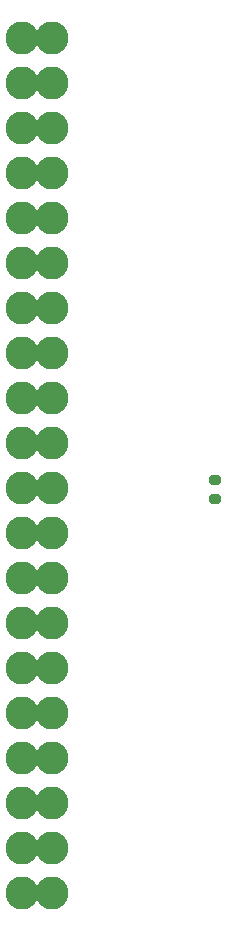
<source format=gbr>
%TF.GenerationSoftware,KiCad,Pcbnew,8.0.1*%
%TF.CreationDate,2024-04-03T13:15:38+02:00*%
%TF.ProjectId,AdapterFlatFlexMYDAQ,41646170-7465-4724-966c-6174466c6578,rev?*%
%TF.SameCoordinates,Original*%
%TF.FileFunction,Soldermask,Bot*%
%TF.FilePolarity,Negative*%
%FSLAX46Y46*%
G04 Gerber Fmt 4.6, Leading zero omitted, Abs format (unit mm)*
G04 Created by KiCad (PCBNEW 8.0.1) date 2024-04-03 13:15:38*
%MOMM*%
%LPD*%
G01*
G04 APERTURE LIST*
G04 Aperture macros list*
%AMRoundRect*
0 Rectangle with rounded corners*
0 $1 Rounding radius*
0 $2 $3 $4 $5 $6 $7 $8 $9 X,Y pos of 4 corners*
0 Add a 4 corners polygon primitive as box body*
4,1,4,$2,$3,$4,$5,$6,$7,$8,$9,$2,$3,0*
0 Add four circle primitives for the rounded corners*
1,1,$1+$1,$2,$3*
1,1,$1+$1,$4,$5*
1,1,$1+$1,$6,$7*
1,1,$1+$1,$8,$9*
0 Add four rect primitives between the rounded corners*
20,1,$1+$1,$2,$3,$4,$5,0*
20,1,$1+$1,$4,$5,$6,$7,0*
20,1,$1+$1,$6,$7,$8,$9,0*
20,1,$1+$1,$8,$9,$2,$3,0*%
G04 Aperture macros list end*
%ADD10C,2.800000*%
%ADD11RoundRect,0.200000X-0.275000X0.200000X-0.275000X-0.200000X0.275000X-0.200000X0.275000X0.200000X0*%
G04 APERTURE END LIST*
D10*
%TO.C,J4*%
X87960000Y-110695000D03*
X90500000Y-110695000D03*
X87960000Y-106885000D03*
X90500000Y-106885000D03*
X87960000Y-103075000D03*
X90500000Y-103075000D03*
X87960000Y-99265000D03*
X90500000Y-99265000D03*
X87960000Y-95455000D03*
X90500000Y-95455000D03*
X87960000Y-91645000D03*
X90500000Y-91645000D03*
X87960000Y-87835000D03*
X90500000Y-87835000D03*
X87960000Y-84025000D03*
X90500000Y-84025000D03*
X87960000Y-80215000D03*
X90500000Y-80215000D03*
X87960000Y-76405000D03*
X90500000Y-76405000D03*
X87960000Y-72595000D03*
X90500000Y-72595000D03*
X87960000Y-68785000D03*
X90500000Y-68785000D03*
X87960000Y-64975000D03*
X90500000Y-64975000D03*
X87960000Y-61165000D03*
X90500000Y-61165000D03*
X87960000Y-57355000D03*
X90500000Y-57355000D03*
X87960000Y-53545000D03*
X90500000Y-53545000D03*
X87960000Y-49735000D03*
X90500000Y-49735000D03*
X87960000Y-45925000D03*
X90500000Y-45925000D03*
X87960000Y-42115000D03*
X90500000Y-42115000D03*
X87960000Y-38305000D03*
X90500000Y-38305000D03*
%TD*%
D11*
%TO.C,R5*%
X104325000Y-75675000D03*
X104325000Y-77325000D03*
%TD*%
M02*

</source>
